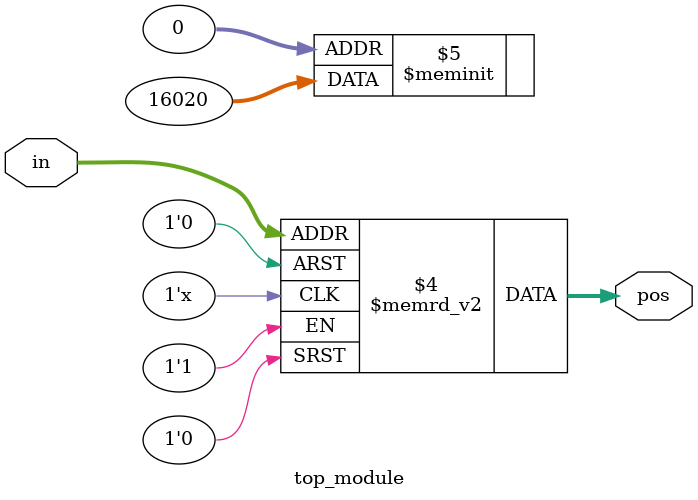
<source format=sv>
module top_module (
    input [3:0] in,
    output reg [1:0] pos
);

always@(*) begin
    case(in)
        4'b0000: pos = 2'b00;
        4'b0001: pos = 2'b01;
        4'b0010: pos = 2'b01;
        4'b0011: pos = 2'b10;
        4'b0100: pos = 2'b10;
        4'b0101: pos = 2'b11;
        4'b0110: pos = 2'b11;
        4'b0111: pos = 2'b00;
        4'b1000: pos = 2'b00;
        4'b1001: pos = 2'b00;
        4'b1010: pos = 2'b00;
        4'b1011: pos = 2'b00;
        4'b1100: pos = 2'b00;
        4'b1101: pos = 2'b00;
        4'b1110: pos = 2'b00;
        4'b1111: pos = 2'b00;
        default: pos = 2'b00;
    endcase
end

endmodule

</source>
